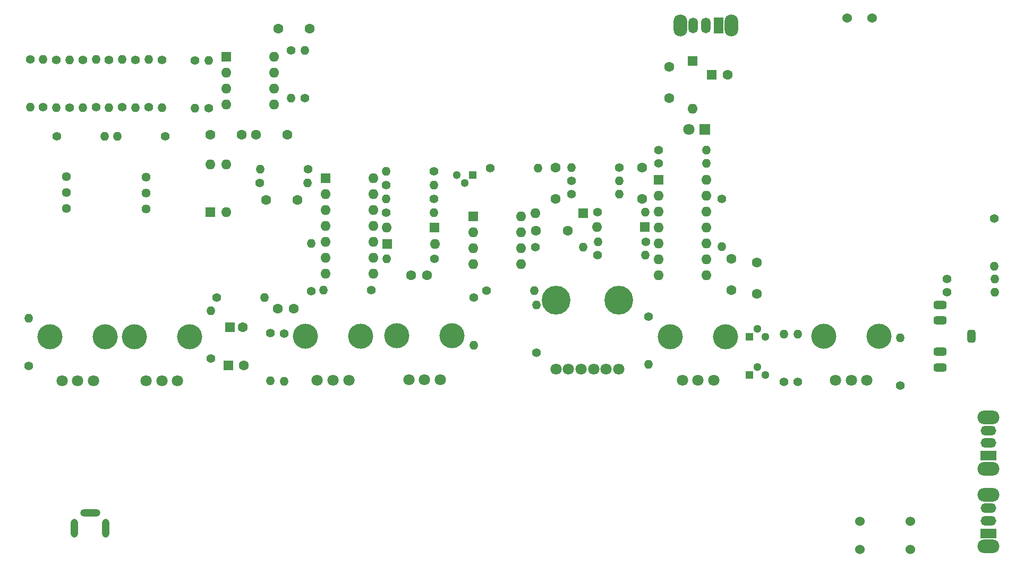
<source format=gbr>
%TF.GenerationSoftware,KiCad,Pcbnew,(6.0.0-0)*%
%TF.CreationDate,2022-12-08T16:32:43+01:00*%
%TF.ProjectId,drone_o_tron_1_0Rev1_rounded_edges,64726f6e-655f-46f5-9f74-726f6e5f315f,rev?*%
%TF.SameCoordinates,Original*%
%TF.FileFunction,Soldermask,Bot*%
%TF.FilePolarity,Negative*%
%FSLAX46Y46*%
G04 Gerber Fmt 4.6, Leading zero omitted, Abs format (unit mm)*
G04 Created by KiCad (PCBNEW (6.0.0-0)) date 2022-12-08 16:32:43*
%MOMM*%
%LPD*%
G01*
G04 APERTURE LIST*
G04 Aperture macros list*
%AMRoundRect*
0 Rectangle with rounded corners*
0 $1 Rounding radius*
0 $2 $3 $4 $5 $6 $7 $8 $9 X,Y pos of 4 corners*
0 Add a 4 corners polygon primitive as box body*
4,1,4,$2,$3,$4,$5,$6,$7,$8,$9,$2,$3,0*
0 Add four circle primitives for the rounded corners*
1,1,$1+$1,$2,$3*
1,1,$1+$1,$4,$5*
1,1,$1+$1,$6,$7*
1,1,$1+$1,$8,$9*
0 Add four rect primitives between the rounded corners*
20,1,$1+$1,$2,$3,$4,$5,0*
20,1,$1+$1,$4,$5,$6,$7,0*
20,1,$1+$1,$6,$7,$8,$9,0*
20,1,$1+$1,$8,$9,$2,$3,0*%
G04 Aperture macros list end*
%ADD10C,1.400000*%
%ADD11O,1.400000X1.400000*%
%ADD12C,1.600000*%
%ADD13O,3.500000X2.200000*%
%ADD14R,2.500000X1.500000*%
%ADD15O,2.500000X1.500000*%
%ADD16C,4.000000*%
%ADD17C,1.800000*%
%ADD18R,1.600000X1.600000*%
%ADD19RoundRect,0.325000X0.675000X0.325000X-0.675000X0.325000X-0.675000X-0.325000X0.675000X-0.325000X0*%
%ADD20RoundRect,0.325000X-0.325000X0.675000X-0.325000X-0.675000X0.325000X-0.675000X0.325000X0.675000X0*%
%ADD21C,4.600000*%
%ADD22O,1.600000X1.600000*%
%ADD23C,1.524000*%
%ADD24R,1.300000X1.300000*%
%ADD25C,1.300000*%
%ADD26O,1.200000X3.000000*%
%ADD27O,3.200000X1.200000*%
%ADD28O,2.200000X3.500000*%
%ADD29R,1.500000X2.500000*%
%ADD30O,1.500000X2.500000*%
%ADD31C,1.440000*%
%ADD32R,1.800000X1.800000*%
G04 APERTURE END LIST*
D10*
%TO.C,R320*%
X35400000Y-56400000D03*
D11*
X35400000Y-48780000D03*
%TD*%
D10*
%TO.C,R307*%
X50400000Y-14810000D03*
D11*
X50400000Y-7190000D03*
%TD*%
D10*
%TO.C,R204*%
X97083377Y-39891158D03*
D11*
X104703377Y-39891158D03*
%TD*%
D12*
%TO.C,C401*%
X118400000Y-45500000D03*
X118400000Y-40500000D03*
%TD*%
D13*
%TO.C,SW302*%
X159400000Y-74000000D03*
X159400000Y-65800000D03*
D14*
X159400000Y-71900000D03*
D15*
X159400000Y-69900000D03*
X159400000Y-67900000D03*
%TD*%
D10*
%TO.C,R402*%
X92883377Y-28041158D03*
D11*
X100503377Y-28041158D03*
%TD*%
D10*
%TO.C,R605*%
X63390000Y-33100000D03*
D11*
X71010000Y-33100000D03*
%TD*%
D10*
%TO.C,R205*%
X104733377Y-37791158D03*
D11*
X97113377Y-37791158D03*
%TD*%
D13*
%TO.C,SW701*%
X159400000Y-78200000D03*
X159400000Y-86400000D03*
D14*
X159400000Y-84300000D03*
D15*
X159400000Y-82300000D03*
X159400000Y-80300000D03*
%TD*%
D10*
%TO.C,R401*%
X100510000Y-25941158D03*
D11*
X92890000Y-25941158D03*
%TD*%
D10*
%TO.C,R331*%
X10900000Y-20900000D03*
D11*
X18520000Y-20900000D03*
%TD*%
D10*
%TO.C,R606*%
X51400000Y-45610000D03*
D11*
X51400000Y-37990000D03*
%TD*%
D10*
%TO.C,R709*%
X126800000Y-60100000D03*
D11*
X126800000Y-52480000D03*
%TD*%
D10*
%TO.C,R206*%
X6400000Y-57610000D03*
D11*
X6400000Y-49990000D03*
%TD*%
D16*
%TO.C,RV801*%
X18600000Y-52950000D03*
X9800000Y-52950000D03*
D17*
X16700000Y-59950000D03*
X14200000Y-59950000D03*
X11700000Y-59950000D03*
%TD*%
D18*
%TO.C,C702*%
X115283377Y-11101158D03*
D12*
X117783377Y-11101158D03*
%TD*%
D10*
%TO.C,R304*%
X35100000Y-16400000D03*
D11*
X35100000Y-8780000D03*
%TD*%
D10*
%TO.C,R308*%
X6600000Y-8690000D03*
D11*
X6600000Y-16310000D03*
%TD*%
D19*
%TO.C,J701*%
X151685534Y-47835534D03*
X151685534Y-50335534D03*
D20*
X156685534Y-52835534D03*
D19*
X151685534Y-57835534D03*
X151685534Y-55335534D03*
%TD*%
D10*
%TO.C,R704*%
X129000000Y-60100000D03*
D11*
X129000000Y-52480000D03*
%TD*%
D21*
%TO.C,RV601*%
X90483377Y-47091158D03*
X100483377Y-47091158D03*
D17*
X94433377Y-58091158D03*
X96433377Y-58091158D03*
X98433377Y-58091158D03*
X92433377Y-58091158D03*
X90433377Y-58091158D03*
X100433377Y-58091158D03*
%TD*%
D10*
%TO.C,R302*%
X36390000Y-46700000D03*
D11*
X44010000Y-46700000D03*
%TD*%
D10*
%TO.C,R602*%
X61020000Y-45500000D03*
D11*
X53400000Y-45500000D03*
%TD*%
D10*
%TO.C,R601*%
X105200000Y-49700000D03*
D11*
X105200000Y-57320000D03*
%TD*%
D18*
%TO.C,U1*%
X106800000Y-27875000D03*
D22*
X106800000Y-30415000D03*
X106800000Y-32955000D03*
X106800000Y-35495000D03*
X106800000Y-38035000D03*
X106800000Y-40575000D03*
X106800000Y-43115000D03*
X114420000Y-43115000D03*
X114420000Y-40575000D03*
X114420000Y-38035000D03*
X114420000Y-35495000D03*
X114420000Y-32955000D03*
X114420000Y-30415000D03*
X114420000Y-27875000D03*
%TD*%
D12*
%TO.C,C302*%
X46200000Y-3700000D03*
X51200000Y-3700000D03*
%TD*%
D23*
%TO.C,LS701*%
X136835534Y-2035534D03*
X140835534Y-2035534D03*
%TD*%
D10*
%TO.C,R317*%
X25500000Y-16300000D03*
D11*
X25500000Y-8680000D03*
%TD*%
D24*
%TO.C,Q201*%
X77170000Y-27130000D03*
D25*
X75900000Y-28400000D03*
X74630000Y-27130000D03*
%TD*%
D12*
%TO.C,C604*%
X49200000Y-31100000D03*
X44200000Y-31100000D03*
%TD*%
D10*
%TO.C,R604*%
X71110000Y-40500000D03*
D11*
X63490000Y-40500000D03*
%TD*%
D10*
%TO.C,R504*%
X116900000Y-30890000D03*
D11*
X116900000Y-38510000D03*
%TD*%
D12*
%TO.C,C601*%
X48600000Y-48400000D03*
X46100000Y-48400000D03*
%TD*%
D10*
%TO.C,R703*%
X160300000Y-34080000D03*
D11*
X160300000Y-41700000D03*
%TD*%
D10*
%TO.C,R315*%
X21300000Y-16300000D03*
D11*
X21300000Y-8680000D03*
%TD*%
D10*
%TO.C,R403*%
X92883377Y-30141158D03*
D11*
X100503377Y-30141158D03*
%TD*%
D12*
%TO.C,C303*%
X104183377Y-30941158D03*
X104183377Y-25941158D03*
%TD*%
D18*
%TO.C,D201*%
X104633377Y-35441158D03*
D22*
X97013377Y-35441158D03*
%TD*%
D26*
%TO.C,J301*%
X18700000Y-83500000D03*
D27*
X16200000Y-81000000D03*
D26*
X13700000Y-83500000D03*
%TD*%
D10*
%TO.C,R502*%
X79390000Y-45600000D03*
D11*
X87010000Y-45600000D03*
%TD*%
D10*
%TO.C,R314*%
X19200000Y-8700000D03*
D11*
X19200000Y-16320000D03*
%TD*%
D12*
%TO.C,C204*%
X90400000Y-25900000D03*
X90400000Y-30900000D03*
%TD*%
D10*
%TO.C,R312*%
X15000000Y-8700000D03*
D11*
X15000000Y-16320000D03*
%TD*%
D10*
%TO.C,R321*%
X145300000Y-60710000D03*
D11*
X145300000Y-53090000D03*
%TD*%
D10*
%TO.C,R404*%
X97083377Y-33041158D03*
D11*
X104703377Y-33041158D03*
%TD*%
D24*
%TO.C,Q701*%
X121300000Y-52900000D03*
D25*
X122570000Y-51630000D03*
X123840000Y-52900000D03*
%TD*%
D18*
%TO.C,U2*%
X53700000Y-27575000D03*
D22*
X53700000Y-30115000D03*
X53700000Y-32655000D03*
X53700000Y-35195000D03*
X53700000Y-37735000D03*
X53700000Y-40275000D03*
X53700000Y-42815000D03*
X61320000Y-42815000D03*
X61320000Y-40275000D03*
X61320000Y-37735000D03*
X61320000Y-35195000D03*
X61320000Y-32655000D03*
X61320000Y-30115000D03*
X61320000Y-27575000D03*
%TD*%
D12*
%TO.C,C203*%
X40300000Y-20700000D03*
X35300000Y-20700000D03*
%TD*%
D10*
%TO.C,R203*%
X87190000Y-38591158D03*
D11*
X94810000Y-38591158D03*
%TD*%
D24*
%TO.C,Q702*%
X121300000Y-59000000D03*
D25*
X122570000Y-57730000D03*
X123840000Y-59000000D03*
%TD*%
D12*
%TO.C,C402*%
X122500000Y-46100000D03*
X122500000Y-41100000D03*
%TD*%
D10*
%TO.C,R608*%
X71010000Y-26500000D03*
D11*
X63390000Y-26500000D03*
%TD*%
D10*
%TO.C,R705*%
X71000000Y-30900000D03*
D11*
X63380000Y-30900000D03*
%TD*%
D18*
%TO.C,D202*%
X94800000Y-33191158D03*
D22*
X87180000Y-33191158D03*
%TD*%
D28*
%TO.C,SW101*%
X118435534Y-3235534D03*
X110235534Y-3235534D03*
D29*
X116335534Y-3235534D03*
D30*
X114335534Y-3235534D03*
X112335534Y-3235534D03*
%TD*%
D10*
%TO.C,R503*%
X87300000Y-55500000D03*
D11*
X87300000Y-47880000D03*
%TD*%
D12*
%TO.C,C602*%
X67350000Y-43100000D03*
X69850000Y-43100000D03*
%TD*%
D18*
%TO.C,U201*%
X77283377Y-33691158D03*
D22*
X77283377Y-36231158D03*
X77283377Y-38771158D03*
X77283377Y-41311158D03*
X84903377Y-41311158D03*
X84903377Y-38771158D03*
X84903377Y-36231158D03*
X84903377Y-33691158D03*
%TD*%
D12*
%TO.C,C801*%
X47600000Y-20700000D03*
X42600000Y-20700000D03*
%TD*%
%TO.C,C205*%
X92283377Y-35991158D03*
X87283377Y-35991158D03*
%TD*%
D10*
%TO.C,R319*%
X44900000Y-52300000D03*
D11*
X44900000Y-59920000D03*
%TD*%
D18*
%TO.C,D601*%
X63520000Y-38100000D03*
D22*
X71140000Y-38100000D03*
%TD*%
D10*
%TO.C,R101*%
X106773377Y-23151158D03*
D11*
X114393377Y-23151158D03*
%TD*%
D10*
%TO.C,R202*%
X47100000Y-52390000D03*
D11*
X47100000Y-60010000D03*
%TD*%
D18*
%TO.C,U3*%
X37900000Y-8200000D03*
D22*
X37900000Y-10740000D03*
X37900000Y-13280000D03*
X37900000Y-15820000D03*
X45520000Y-15820000D03*
X45520000Y-13280000D03*
X45520000Y-10740000D03*
X45520000Y-8200000D03*
%TD*%
D16*
%TO.C,RV701*%
X133100000Y-52885534D03*
X141900000Y-52885534D03*
D17*
X140000000Y-59885534D03*
X137500000Y-59885534D03*
X135000000Y-59885534D03*
%TD*%
D18*
%TO.C,D101*%
X112213377Y-8911158D03*
D22*
X112213377Y-16531158D03*
%TD*%
D10*
%TO.C,R702*%
X152800000Y-43700000D03*
D11*
X160420000Y-43700000D03*
%TD*%
D31*
%TO.C,RV301*%
X12383377Y-32431158D03*
X12383377Y-29891158D03*
X12383377Y-27351158D03*
%TD*%
D16*
%TO.C,RV501*%
X73900000Y-52800000D03*
X65100000Y-52800000D03*
D17*
X72000000Y-59800000D03*
X69500000Y-59800000D03*
X67000000Y-59800000D03*
%TD*%
D10*
%TO.C,R603*%
X50900000Y-26200000D03*
D11*
X43280000Y-26200000D03*
%TD*%
D10*
%TO.C,R306*%
X32900000Y-8800000D03*
D11*
X32900000Y-16420000D03*
%TD*%
D10*
%TO.C,R310*%
X10800000Y-8700000D03*
D11*
X10800000Y-16320000D03*
%TD*%
D10*
%TO.C,R332*%
X28120000Y-20900000D03*
D11*
X20500000Y-20900000D03*
%TD*%
D10*
%TO.C,R316*%
X23400000Y-8700000D03*
D11*
X23400000Y-16320000D03*
%TD*%
D10*
%TO.C,R309*%
X8700000Y-16300000D03*
D11*
X8700000Y-8680000D03*
%TD*%
D16*
%TO.C,RV602*%
X108700000Y-52900000D03*
X117500000Y-52900000D03*
D17*
X115600000Y-59900000D03*
X113100000Y-59900000D03*
X110600000Y-59900000D03*
%TD*%
D23*
%TO.C,SW301*%
X138913377Y-86921158D03*
X146913377Y-86921158D03*
X146913377Y-82421158D03*
X138913377Y-82421158D03*
%TD*%
D10*
%TO.C,R501*%
X77300000Y-46690000D03*
D11*
X77300000Y-54310000D03*
%TD*%
D10*
%TO.C,R318*%
X27600000Y-8700000D03*
D11*
X27600000Y-16320000D03*
%TD*%
D16*
%TO.C,RV303*%
X23200000Y-52950000D03*
X32000000Y-52950000D03*
D17*
X30100000Y-59950000D03*
X27600000Y-59950000D03*
X25100000Y-59950000D03*
%TD*%
D32*
%TO.C,D102*%
X114193377Y-19861158D03*
D17*
X111653377Y-19861158D03*
%TD*%
D18*
%TO.C,D602*%
X71110000Y-35500000D03*
D22*
X63490000Y-35500000D03*
%TD*%
D10*
%TO.C,R609*%
X63400000Y-28700000D03*
D11*
X71020000Y-28700000D03*
%TD*%
D10*
%TO.C,R313*%
X17100000Y-16310000D03*
D11*
X17100000Y-8690000D03*
%TD*%
D31*
%TO.C,RV302*%
X25083377Y-32491158D03*
X25083377Y-29951158D03*
X25083377Y-27411158D03*
%TD*%
D16*
%TO.C,RV201*%
X50500000Y-52850000D03*
X59300000Y-52850000D03*
D17*
X57400000Y-59850000D03*
X54900000Y-59850000D03*
X52400000Y-59850000D03*
%TD*%
D18*
%TO.C,C305*%
X38200000Y-57500000D03*
D12*
X40700000Y-57500000D03*
%TD*%
D10*
%TO.C,R305*%
X48200000Y-7200000D03*
D11*
X48200000Y-14820000D03*
%TD*%
D18*
%TO.C,SW801*%
X35383377Y-32991158D03*
D22*
X37923377Y-32991158D03*
X37923377Y-25371158D03*
X35383377Y-25371158D03*
%TD*%
D10*
%TO.C,R311*%
X12900000Y-16320000D03*
D11*
X12900000Y-8700000D03*
%TD*%
D18*
%TO.C,C306*%
X38500000Y-51400000D03*
D12*
X40500000Y-51400000D03*
%TD*%
D10*
%TO.C,R303*%
X106773377Y-25261158D03*
D11*
X114393377Y-25261158D03*
%TD*%
D10*
%TO.C,R201*%
X80000000Y-26000000D03*
D11*
X87620000Y-26000000D03*
%TD*%
D12*
%TO.C,C101*%
X108453377Y-9831158D03*
X108453377Y-14831158D03*
%TD*%
D10*
%TO.C,R701*%
X152800000Y-45800000D03*
D11*
X160420000Y-45800000D03*
%TD*%
D10*
%TO.C,R607*%
X43200000Y-28400000D03*
D11*
X50820000Y-28400000D03*
%TD*%
M02*

</source>
